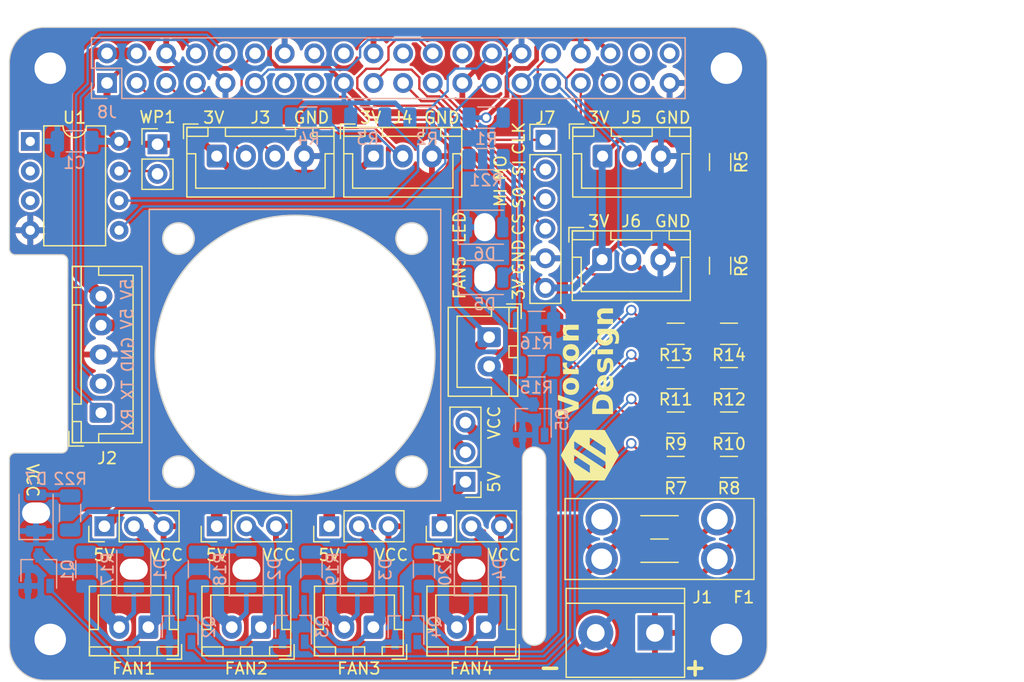
<source format=kicad_pcb>
(kicad_pcb (version 20221018) (generator pcbnew)
  (title_block (date "15 nov 2012"))
  (layers (0 "F.Cu" signal) (31 "B.Cu" signal) (34 "B.Paste" user) (35 "F.Paste" user) (36 "B.SilkS" user "B.Silkscreen") (37 "F.SilkS" user "F.Silkscreen") (38 "B.Mask" user) (39 "F.Mask" user) (44 "Edge.Cuts" user))
  (net 0 "")
  (net 1 "GND")
  (net 2 "/GPIO2{slash}SDA1")
  (net 3 "/GPIO3{slash}SCL1")
  (net 4 "/GPIO4{slash}GPCLK0")
  (net 5 "/GPIO14{slash}TXD0")
  (net 6 "/GPIO15{slash}RXD0")
  (net 7 "/GPIO17")
  (net 8 "/GPIO18{slash}PCM.CLK")
  (net 9 "/GPIO27")
  (net 10 "/GPIO22")
  (net 11 "/GPIO23")
  (net 12 "/GPIO24")
  (net 13 "/GPIO10{slash}SPI0.MOSI")
  (net 14 "/GPIO9{slash}SPI0.MISO")
  (net 15 "/GPIO25")
  (net 16 "/GPIO11{slash}SPI0.SCLK")
  (net 17 "/GPIO8{slash}SPI0.CE0")
  (net 18 "/GPIO7{slash}SPI0.CE1")
  (net 19 "/ID_SDA")
  (net 20 "/ID_SCL")
  (net 21 "/GPIO5")
  (net 22 "/GPIO6")
  (net 23 "/GPIO12{slash}PWM0")
  (net 24 "/GPIO13{slash}PWM1")
  (net 25 "/GPIO19{slash}PCM.FS")
  (net 26 "/GPIO16")
  (net 27 "/GPIO26")
  (net 28 "/GPIO20{slash}PCM.DIN")
  (net 29 "/GPIO21{slash}PCM.DOUT")
  (net 30 "+5V")
  (net 31 "+3V3")
  (net 35 "Net-(FAN5-Pin_1)")
  (net 36 "Net-(D5-K)")
  (net 37 "Net-(U1-WP)")
  (net 38 "Net-(FAN2-Pin_1)")
  (net 39 "Net-(FAN3-Pin_1)")
  (net 40 "Net-(FAN4-Pin_1)")
  (net 41 "Net-(D1-A)")
  (net 42 "Net-(D2-A)")
  (net 43 "Net-(D3-A)")
  (net 44 "Net-(D4-A)")
  (net 45 "VCC")
  (net 46 "Net-(D1-K)")
  (net 47 "Net-(D2-K)")
  (net 48 "Net-(D3-K)")
  (net 49 "Net-(D4-K)")
  (net 50 "Net-(Q1-G)")
  (net 51 "Net-(Q2-G)")
  (net 52 "Net-(Q3-G)")
  (net 53 "Net-(Q4-G)")
  (net 54 "Net-(D5-A)")
  (net 55 "Net-(Q5-G)")
  (net 56 "Net-(D6-A)")
  (net 57 "Net-(FAN1-Pin_1)")
  (net 58 "Net-(J1-Pin_1)")
  (net 59 "Net-(D7-A)")
  (footprint "Resistor_SMD:R_1206_3216Metric" (layer "F.Cu") (at 161.722 81.712 180)
    (fp_text reference "R8")
    (fp_text value "10k")
  )
  (footprint "Fuse:Fuseholder_Blade_Mini_Keystone_3568" (layer "F.Cu") (at 150.8 86.186)
    (fp_text reference "F1")
    (fp_text value "Fuse")
  )
  (footprint "Connector_JST:JST_XH_B5B-XH-A_1x05_P2.50mm_Vertical" (layer "F.Cu") (at 107.857 77.06 90)
    (fp_text reference "J2")
    (fp_text value "Serial")
  )
  (footprint "MountingHole:MountingHole_2.7mm_M2.5" (layer "F.Cu") (at 161.5 47.5)
    (fp_text reference "MH2" hide)
    (fp_text value "MountingHole_2.7mm_M2.5" hide)
  )
  (footprint "Resistor_SMD:R_1206_3216Metric" (layer "F.Cu") (at 157.15 77.902 180)
    (fp_text reference "R9")
    (fp_text value "100")
  )
  (footprint "TerminalBlock:TerminalBlock_bornier-2_P5.08mm" (layer "F.Cu") (at 155.372 95.936 180)
    (fp_text reference "J1")
    (fp_text value "Vin")
  )
  (footprint "Connector_PinHeader_2.54mm:PinHeader_1x03_P2.54mm_Vertical" (layer "F.Cu") (at 127.432 86.792 90)
    (fp_text reference "JP3" hide)
    (fp_text value "V Select")
  )
  (footprint "Connector_JST:JST_XH_B4B-XH-A_1x04_P2.50mm_Vertical" (layer "F.Cu") (at 117.78 55.042)
    (fp_text reference "J3")
    (fp_text value "I2C")
  )
  (footprint "Resistor_SMD:R_1206_3216Metric" (layer "F.Cu") (at 161.722 70.282 180)
    (fp_text reference "R14")
    (fp_text value "10k")
  )
  (footprint "Resistor_SMD:R_1206_3216Metric" (layer "F.Cu") (at 161.722 74.092 180)
    (fp_text reference "R12")
    (fp_text value "10k")
  )
  (footprint "Connector_PinHeader_2.54mm:PinHeader_1x03_P2.54mm_Vertical" (layer "F.Cu") (at 139.116 82.982 180)
    (fp_text reference "JP5" hide)
    (fp_text value "V Select")
  )
  (footprint "Connector_JST:JST_XH_B3B-XH-A_1x03_P2.50mm_Vertical" (layer "F.Cu") (at 150.84 63.915)
    (fp_text reference "J6")
    (fp_text value "GPIO6")
  )
  (footprint "Connector_PinHeader_2.54mm:PinHeader_1x02_P2.54mm_Vertical" (layer "F.Cu") (at 112.7 54.026)
    (fp_text reference "WP1")
    (fp_text value "ID_WP")
  )
  (footprint "Connector_JST:JST_XH_B2B-XH-A_1x02_P2.50mm_Vertical" (layer "F.Cu") (at 141.148 70.576 -90)
    (fp_text reference "FAN5")
    (fp_text value "Conn_01x02")
  )
  (footprint "Connector_PinHeader_2.54mm:PinHeader_1x03_P2.54mm_Vertical" (layer "F.Cu") (at 117.78 86.792 90)
    (fp_text reference "JP2" hide)
    (fp_text value "V Select")
  )
  (footprint "MountingHole:MountingHole_2.7mm_M2.5" (layer "F.Cu") (at 103.5 96.5)
    (fp_text reference "MH3" hide)
    (fp_text value "MountingHole_2.7mm_M2.5" hide)
  )
  (footprint "MountingHole:MountingHole_2.7mm_M2.5" (layer "F.Cu") (at 103.5 47.5)
    (fp_text reference "MH1" hide)
    (fp_text value "MountingHole_2.7mm_M2.5" hide)
  )
  (footprint "Connector_JST:JST_XH_B2B-XH-A_1x02_P2.50mm_Vertical" (layer "F.Cu") (at 111.918 95.445 180)
    (fp_text reference "FAN1")
    (fp_text value "Conn_01x02")
  )
  (footprint "Connector_PinHeader_2.54mm:PinHeader_1x03_P2.54mm_Vertical" (layer "F.Cu") (at 108.143 86.792 90)
    (fp_text reference "JP1" hide)
    (fp_text value "V Select")
  )
  (footprint "Resistor_SMD:R_1206_3216Metric" (layer "F.Cu") (at 160.96 55.55 -90)
    (fp_text reference "R5")
    (fp_text value "3.9k")
  )
  (footprint "Connector_JST:JST_XH_B3B-XH-A_1x03_P2.50mm_Vertical" (layer "F.Cu") (at 131.242 55.042)
    (fp_text reference "J4")
    (fp_text value "1 Wire")
  )
  (footprint "Package_DIP:DIP-8_W7.62mm" (layer "F.Cu") (at 101.788 53.782)
    (fp_text reference "U1")
    (fp_text value "CAT24C256")
  )
  (footprint "MountingHole:MountingHole_2.7mm_M2.5" (layer "F.Cu") (at 161.5 96.5)
    (fp_text reference "MH4" hide)
    (fp_text value "MountingHole_2.7mm_M2.5" hide)
  )
  (footprint "Resistor_SMD:R_1206_3216Metric" (layer "F.Cu") (at 161.722 77.902 180)
    (fp_text reference "R10")
    (fp_text value "10k")
  )
  (footprint "LOGO" (layer "F.Cu") (at 149.784 80.696 90)
    (fp_text reference "G***" hide)
    (fp_text value "LOGO" hide)
  )
  (footprint "Connector_PinHeader_2.54mm:PinHeader_1x03_P2.54mm_Vertical" (layer "F.Cu") (at 137.084 86.792 90)
    (fp_text reference "JP4" hide)
    (fp_text value "V Select")
  )
  (footprint "Connector_JST:JST_XH_B2B-XH-A_1x02_P2.50mm_Vertical" (layer "F.Cu") (at 121.57 95.445 180)
    (fp_text reference "FAN2")
    (fp_text value "Conn_01x02")
  )
  (footprint "Connector_PinHeader_2.54mm:PinHeader_1x06_P2.54mm_Vertical" (layer "F.Cu") (at 145.974 53.645)
    (fp_text reference "J7")
    (fp_text value "SPI")
  )
  (footprint "Connector_JST:JST_XH_B2B-XH-A_1x02_P2.50mm_Vertical" (layer "F.Cu") (at 131.222 95.445 180)
    (fp_text reference "FAN3")
    (fp_text value "Conn_01x02")
  )
  (footprint "Connector_JST:JST_XH_B3B-XH-A_1x03_P2.50mm_Vertical" (layer "F.Cu") (at 150.88 55.042)
    (fp_text reference "J5")
    (fp_text value "GPIO5")
  )
  (footprint "Resistor_SMD:R_1206_3216Metric" (layer "F.Cu") (at 157.15 70.282 180)
    (fp_text reference "R13")
    (fp_text value "100")
  )
  (footprint "Resistor_SMD:R_1206_3216Metric" (layer "F.Cu") (at 157.15 74.092 180)
    (fp_text reference "R11")
    (fp_text value "100")
  )
  (footprint "Resistor_SMD:R_1206_3216Metric" (layer "F.Cu") (at 157.15 81.712 180)
    (fp_text reference "R7")
    (fp_text value "100")
  )
  (footprint "Connector_JST:JST_XH_B2B-XH-A_1x02_P2.50mm_Vertical" (layer "F.Cu") (at 140.874 95.445 180)
    (fp_text reference "FAN4")
    (fp_text value "Conn_01x02")
  )
  (footprint "Resistor_SMD:R_1206_3216Metric" (layer "F.Cu") (at 160.96 64.44 -90)
    (fp_text reference "R6")
    (fp_text value "3.9k")
  )
  (footprint "Connector_PinSocket_2.54mm:PinSocket_2x20_P2.54mm_Vertical" (layer "B.Cu") (at 108.37 48.77 -90)
    (fp_text reference "J8")
    (fp_text value "GPIO")
  )
  (footprint "Package_TO_SOT_SMD:TSOT-23" (layer "B.Cu") (at 102.54 90.602 90)
    (fp_text reference "Q1")
    (fp_text value "IRLML6344")
  )
  (footprint "Resistor_SMD:R_1206_3216Metric" (layer "B.Cu") (at 140.894 51.74)
    (fp_text reference "R1")
    (fp_text value "1k")
  )
  (footprint "LED_SMD:LED_1206_3216Metric_ReverseMount_Hole1.8x2.4mm" (layer "B.Cu") (at 110.668 90.475 90)
    (fp_text reference "D1")
    (fp_text value "LED")
  )
  (footprint "Resistor_SMD:R_1206_3216Metric" (layer "B.Cu") (at 105.207 85.649 90)
    (fp_text reference "R22")
    (fp_text value "4.7k")
  )
  (footprint "LED_SMD:LED_1206_3216Metric_ReverseMount_Hole1.8x2.4mm" (layer "B.Cu") (at 139.624 90.475 90)
    (fp_text reference "D4")
    (fp_text value "LED")
  )
  (footprint "Resistor_SMD:R_1206_3216Metric" (layer "B.Cu") (at 116.256 90.475 90)
    (fp_text reference "R18")
    (fp_text value "4.7k")
  )
  (footprint "Resistor_SMD:R_1206_3216Metric" (layer "B.Cu") (at 106.604 90.475 90)
    (fp_text reference "R17")
    (fp_text value "4.7k")
  )
  (footprint "Resistor_SMD:R_1206_3216Metric" (layer "B.Cu") (at 125.654 51.74)
    (fp_text reference "R4")
    (fp_text value "3.9k")
  )
  (footprint "LED_SMD:LED_1206_3216Metric_ReverseMount_Hole1.8x2.4mm" (layer "B.Cu") (at 120.32 90.475 90)
    (fp_text reference "D2")
    (fp_text value "LED")
  )
  (footprint "Package_TO_SOT_SMD:TSOT-23" (layer "B.Cu") (at 124.384 95.388 90)
    (fp_text reference "Q3")
    (fp_text value "IRLML6344")
  )
  (footprint "Resistor_SMD:R_1206_3216Metric" (layer "B.Cu") (at 145.212 69.266)
    (fp_text reference "R16")
    (fp_text value "10k")
  )
  (footprint "Capacitor_SMD:C_1206_3216Metric" (layer "B.Cu") (at 105.588 53.772)
    (fp_text reference "C1")
    (fp_text value "100n")
  )
  (footprint "LED_SMD:LED_1206_3216Metric_ReverseMount_Hole1.8x2.4mm" (layer "B.Cu") (at 140.767 61.138)
    (fp_text reference "D6")
    (fp_text value "LED")
  )
  (footprint "Package_TO_SOT_SMD:TSOT-23" (layer "B.Cu") (at 144.958 77.648 90)
    (fp_text reference "Q5")
    (fp_text value "IRLML6344")
  )
  (footprint "Resistor_SMD:R_1206_3216Metric" (layer "B.Cu") (at 135.56 90.475 90)
    (fp_text reference "R20")
    (fp_text value "4.7k")
  )
  (footprint "Package_TO_SOT_SMD:TSOT-23" (layer "B.Cu") (at 134.036 95.428 90)
    (fp_text reference "Q4")
    (fp_text value "IRLML6344")
  )
  (footprint "Package_TO_SOT_SMD:TSOT-23" (layer "B.Cu") (at 114.666 95.428 90)
    (fp_text reference "Q2")
    (fp_text value "IRLML6344")
  )
  (footprint "Resistor_SMD:R_1206_3216Metric" (layer "B.Cu") (at 125.908 90.475 90)
    (fp_text reference "R19")
    (fp_text value "4.7k")
  )
  (footprint "Resistor_SMD:R_1206_3216Metric" (layer "B.Cu") (at 145.212 73.076)
    (fp_text reference "R15")
    (fp_text value "100")
  )
  (footprint "LED_SMD:LED_1206_3216Metric_ReverseMount_Hole1.8x2.4mm" (layer "B.Cu") (at 140.767 65.456)
    (fp_text reference "D5")
    (fp_text value "LED")
  )
  (footprint "LED_SMD:LED_1206_3216Metric_ReverseMount_Hole1.8x2.4mm" (layer "B.Cu") (at 102.286 85.649 90)
    (fp_text reference "D7")
    (fp_text value "LED")
  )
  (footprint "Resistor_SMD:R_1206_3216Metric" (layer "B.Cu") (at 140.894 55.296)
    (fp_text reference "R21")
    (fp_text value "4.7k")
  )
  (footprint "Resistor_SMD:R_1206_3216Metric" (layer "B.Cu") (at 130.734 51.74)
    (fp_text reference "R3")
    (fp_text value "3.9k")
  )
  (footprint "Resistor_SMD:R_1206_3216Metric" (layer "B.Cu") (at 135.814 51.74)
    (fp_text reference "R2")
    (fp_text value "3.9k")
  )
  (footprint "LED_SMD:LED_1206_3216Metric_ReverseMount_Hole1.8x2.4mm" (layer "B.Cu") (at 129.845 90.475 90)
    (fp_text reference "D3")
    (fp_text value "LED")
  )
  (gr_rect (start 112 59.614) (end 137 84.614) (stroke (width 0.12)) (fill none) (layer "B.SilkS"))
  (gr_rect (start 112 59.614) (end 112 59.614) (stroke (width 0.12)) (fill none) (layer "F.SilkS"))
  (gr_rect (start 112 59.614) (end 137 84.614) (stroke (width 0.12)) (fill none) (layer "F.SilkS"))
  (gr_arc (start 100.5 63.5) (mid 100.146447 63.353553) (end 100 63) (stroke (width 0.1)) (layer "Edge.Cuts"))
  (gr_arc (start 162 44) (mid 164.12132 44.87868) (end 165 47) (stroke (width 0.1)) (layer "Edge.Cuts"))
  (gr_line (start 165 97) (end 165 47) (stroke (width 0.1)) (layer "Edge.Cuts"))
  (gr_line (start 100 47) (end 100 63) (stroke (width 0.1)) (layer "Edge.Cuts"))
  (gr_circle (center 134.5 82.114) (end 135.85 82.114) (stroke (width 0.12)) (fill none) (layer "Edge.Cuts"))
  (gr_circle (center 134.5 62.114) (end 135.85 62.114) (stroke (width 0.12)) (fill none) (layer "Edge.Cuts"))
  (gr_circle (center 114.5 82.114) (end 115.85 82.114) (stroke (width 0.12)) (fill none) (layer "Edge.Cuts"))
  (gr_line (start 146 81) (end 146 96) (stroke (width 0.1)) (layer "Edge.Cuts"))
  (gr_line (start 144 96) (end 144 81) (stroke (width 0.1)) (layer "Edge.Cuts"))
  (gr_arc (start 103 100) (mid 100.87868 99.12132) (end 100 97) (stroke (width 0.1)) (layer "Edge.Cuts"))
  (gr_line (start 103 100) (end 162 100) (stroke (width 0.1)) (layer "Edge.Cuts"))
  (gr_line (start 104.5 80.5) (end 100.499127 80.500001) (stroke (width 0.1)) (layer "Edge.Cuts"))
  (gr_arc (start 144 81) (mid 145 80) (end 146 81) (stroke (width 0.1)) (layer "Edge.Cuts"))
  (gr_arc (start 100 81) (mid 100.146138 80.646755) (end 100.499127 80.500001) (stroke (width 0.1)) (layer "Edge.Cuts"))
  (gr_arc (start 165 97) (mid 164.12132 99.12132) (end 162 100) (stroke (width 0.1)) (layer "Edge.Cuts"))
  (gr_line (start 105 64) (end 105 80) (stroke (width 0.1)) (layer "Edge.Cuts"))
  (gr_arc (start 100 47) (mid 100.87868 44.87868) (end 103 44) (stroke (width 0.1)) (layer "Edge.Cuts"))
  (gr_arc (start 146 96) (mid 145 97) (end 144 96) (stroke (width 0.1)) (layer "Edge.Cuts"))
  (gr_line (start 100 81) (end 100 97) (stroke (width 0.1)) (layer "Edge.Cuts"))
  (gr_circle (center 124.5 72.114) (end 136.5 72.114) (stroke (width 0.12)) (fill none) (layer "Edge.Cuts"))
  (gr_line (start 100.5 63.5) (end 104.5 63.5) (stroke (width 0.1)) (layer "Edge.Cuts"))
  (gr_arc (start 105 80) (mid 104.853553 80.353553) (end 104.5 80.5) (stroke (width 0.1)) (layer "Edge.Cuts"))
  (gr_arc (start 104.5 63.5) (mid 104.853553 63.646447) (end 105 64) (stroke (width 0.1)) (layer "Edge.Cuts"))
  (gr_line (start 162 44) (end 103 44) (stroke (width 0.1)) (layer "Edge.Cuts"))
  (gr_circle (center 114.5 62.114) (end 115.85 62.114) (stroke (width 0.12)) (fill none) (layer "Edge.Cuts"))
  (gr_text "TX" (at 110.16 75.108 90) (layer "B.SilkS") (effects (font (size 1 1)) (justify mirror)))
  (gr_text "RX" (at 110.16 77.648 90) (layer "B.SilkS") (effects (font (size 1 1)) (justify mirror)))
  (gr_text "GND" (at 110.16 72.06 90) (layer "B.SilkS") (effects (font (size 1 1)) (justify mirror)))
  (gr_text "5V" (at 110.668 67.996 90) (layer "B.SilkS") (effects (font (size 1 1)) (justify left bottom mirror)))
  (gr_text "5V" (at 110.668 65.456 90) (layer "B.SilkS") (effects (font (size 1 1)) (justify left bottom mirror)))
  (gr_text "MI\nS0" (at 142.926 58.598 90) (layer "F.SilkS") (effects (font (size 1 1))))
  (gr_text "3V" (at 150.546 51.74) (layer "F.SilkS") (effects (font (size 1 1))))
  (gr_text "VCC" (at 140.894 89.84) (layer "F.SilkS") (effects (font (size 1 1)) (justify left bottom)))
  (gr_text "5V" (at 107.112 89.84) (layer "F.SilkS") (effects (font (size 1 1)) (justify left bottom)))
  (gr_text "-" (at 147.498 99.746) (layer "F.SilkS") (effects (font (size 1.5 1.5) (thickness 0.3) bold) (justify left bottom mirror)))
  (gr_text "GND" (at 125.908 51.74) (layer "F.SilkS") (effects (font (size 1 1))))
  (gr_text "VCC" (at 111.938 89.84) (layer "F.SilkS") (effects (font (size 1 1)) (justify left bottom)))
  (gr_text "LED" (at 138.608 61.138 90) (layer "F.SilkS") (effects (font (size 1 1))))
  (gr_text "3V" (at 150.546 60.63) (layer "F.SilkS") (effects (font (size 1 1))))
  (gr_text "3V" (at 143.688 66.472 90) (layer "F.SilkS") (effects (font (size 1 1))))
  (gr_text "+" (at 159.944 99.746) (layer "F.SilkS") (effects (font (size 1.5 1.5) (thickness 0.3) bold) (justify left bottom mirror)))
  (gr_text "3V" (at 130.988 51.74) (layer "F.SilkS") (effects (font (size 1 1))))
  (gr_text "MO\nSI" (at 142.926 56.058 90) (layer "F.SilkS") (effects (font (size 1 1))))
  (gr_text "VCC" (at 142.164 79.426 90) (layer "F.SilkS") (effects (font (size 1 1)) (justify left bottom)))
  (gr_text "GND" (at 156.896 60.63) (layer "F.SilkS") (effects (font (size 1 1))))
  (gr_text "5V" (at 126.416 89.84) (layer "F.SilkS") (effects (font (size 1 1)) (justify left bottom)))
  (gr_text "VCC" (at 101.397 81.331 -90) (layer "F.SilkS") (effects (font (size 1 1)) (justify left bottom)))
  (gr_text "CS" (at 143.688 60.884 90) (layer "F.SilkS") (effects (font (size 1 1))))
  (gr_text "5V" (at 142.164 83.998 90) (layer "F.SilkS") (effects (font (size 1 1)) (justify left bottom)))
  (gr_text "3V" (at 117.526 51.74) (layer "F.SilkS") (effects (font (size 1 1))))
  (gr_text "GND" (at 137.084 51.74) (layer "F.SilkS") (effects (font (size 1 1))))
  (gr_text "5V" (at 116.764 89.84) (layer "F.SilkS") (effects (font (size 1 1)) (justify left bottom)))
  (gr_text "GND" (at 156.896 51.74) (layer "F.SilkS") (effects (font (size 1 1))))
  (gr_text "VCC" (at 131.242 89.84) (layer "F.SilkS") (effects (font (size 1 1)) (justify left bottom)))
  (gr_text "CLK" (at 143.688 53.518 90) (layer "F.SilkS") (effects (font (size 1 1))))
  (gr_text "VCC" (at 121.59 89.84) (layer "F.SilkS") (effects (font (size 1 1)) (justify left bottom)))
  (gr_text "Voron\nDesign" (at 152.07 77.394 90) (layer "F.SilkS") (effects (font (size 1.75 1.75) (thickness 0.25) bold) (justify left bottom)))
  (gr_text "GND" (at 143.688 63.678 90) (layer "F.SilkS") (effects (font (size 1 1))))
  (gr_text "5V" (at 136.068 89.84) (layer "F.SilkS") (effects (font (size 1 1)) (justify left bottom)))
  (segment (start 141.939 47.52) (end 143.229 46.23) (width 0.4) (layer "F.Cu") (net 1))
  (segment (start 138.85 48.77) (end 140.1 47.52) (width 0.4) (layer "F.Cu") (net 1))
  (segment (start 140.1 47.52) (end 141.939 47.52) (width 0.4) (layer "F.Cu") (net 1))
  (segment (start 143.229 46.23) (end 143.93 46.23) (width 0.4) (layer "F.Cu") (net 1))
  (segment (start 114.74 47.52) (end 117.28 47.52) (width 0.4) (layer "B.Cu") (net 1))
  (segment (start 117.28 47.52) (end 118.53 48.77) (width 0.4) (layer "B.Cu") (net 1))
  (segment (start 113.45 46.23) (end 114.74 47.52) (width 0.4) (layer "B.Cu") (net 1))
  (segment (start 118.664 53.426) (end 120.28 55.042) (width 0.2) (layer "F.Cu") (net 2))
  (segment (start 110.91 48.77) (end 115.566 53.426) (width 0.2) (layer "F.Cu") (net 2))
  (segment (start 115.566 53.426) (end 118.664 53.426) (width 0.2) (layer "F.Cu") (net 2))
  (segment (start 117.706 53.026) (end 120.764 53.026) (width 0.2) (layer "F.Cu") (net 3))
  (segment (start 120.764 53.026) (end 122.78 55.042) (width 0.2) (layer "F.Cu") (net 3))
  (segment (start 113.45 48.77) (end 117.706 53.026) (width 0.2) (layer "F.Cu") (net 3))
  (segment (start 115.99 48.77) (end 119.846 52.626) (width 0.2) (layer "F.Cu") (net 4))
  (segment (start 131.326 52.626) (end 133.742 55.042) (width 0.2) (layer "F.Cu") (net 4))
  (segment (start 119.846 52.626) (end 131.326 52.626) (width 0.2) (layer "F.Cu") (net 4))
  (segment (start 128.2915 52.915) (end 127.1165 51.74) (width 0.2) (layer "B.Cu") (net 4))
  (segment (start 133.742 55.042) (end 133.344817 55.042) (width 0.2) (layer "B.Cu") (net 4))
  (segment (start 131.217817 52.915) (end 128.2915 52.915) (width 0.2) (layer "B.Cu") (net 4))
  (segment (start 133.344817 55.042) (end 131.217817 52.915) (width 0.2) (layer "B.Cu") (net 4))
  (segment (start 107.893654 45.08) (end 114.84 45.08) (width 0.2) (layer "B.Cu") (net 5))
  (segment (start 106.115 49.981686) (end 107.112 48.984686) (width 0.2) (layer "B.Cu") (net 5))
  (segment (start 114.84 45.08) (end 115.99 46.23) (width 0.2) (layer "B.Cu") (net 5))
  (segment (start 106.115 72.818) (end 106.115 49.981686) (width 0.2) (layer "B.Cu") (net 5))
  (segment (start 107.112 48.984686) (end 107.112 45.861654) (width 0.2) (layer "B.Cu") (net 5))
  (segment (start 107.112 45.861654) (end 107.893654 45.08) (width 0.2) (layer "B.Cu") (net 5))
  (segment (start 107.857 74.56) (end 106.115 72.818) (width 0.2) (layer "B.Cu") (net 5))
  (segment (start 105.715 49.816) (end 106.712 48.819) (width 0.2) (layer "B.Cu") (net 6))
  (segment (start 107.779969 44.628) (end 116.928 44.628) (width 0.2) (layer "B.Cu") (net 6))
  (segment (start 107.857 77.06) (end 105.715 74.918) (width 0.2) (layer "B.Cu") (net 6))
  (segment (start 105.715 74.918) (end 105.715 49.816) (width 0.2) (layer "B.Cu") (net 6))
  (segment (start 106.712 48.819) (end 106.712 45.695969) (width 0.2) (layer "B.Cu") (net 6))
  (segment (start 116.928 44.628) (end 118.53 46.23) (width 0.2) (layer "B.Cu") (net 6))
  (segment (start 106.712 45.695969) (end 107.779969 44.628) (width 0.2) (layer "B.Cu") (net 6))
  (segment (start 143.7495 50.2775) (end 142.672 49.2) (width 0.2) (layer "B.Cu") (net 7))
  (segment (start 130.08 45.753654) (end 130.08 46.552) (width 0.2) (layer "B.Cu") (net 7))
  (segment (start 142.672 49.2) (end 142.672 45.885654) (width 0.2) (layer "B.Cu") (net 7))
  (segment (start 130.08 46.552) (end 129.012 47.62) (width 0.2) (layer "B.Cu") (net 7))
  (segment (start 143.7495 69.266) (end 143.7495 73.076) (width 0.2) (layer "B.Cu") (net 7))
  (segment (start 142.672 45.885654) (end 141.866346 45.08) (width 0.2) (layer "B.Cu") (net 7))
  (segment (start 129.012 47.62) (end 122.22 47.62) (width 0.2) (layer "B.Cu") (net 7))
  (segment (start 130.753654 45.08) (end 130.08 45.753654) (width 0.2) (layer "B.Cu") (net 7))
  (segment (start 122.22 47.62) (end 121.07 48.77) (width 0.2) (layer "B.Cu") (net 7))
  (segment (start 141.866346 45.08) (end 130.753654 45.08) (width 0.2) (layer "B.Cu") (net 7))
  (segment (start 143.7495 69.266) (end 143.7495 50.2775) (width 0.2) (layer "B.Cu") (net 7))
  (segment (start 130.85005 51.92) (end 136.017258 51.92) (width 0.2) (layer "F.Cu") (net 8))
  (segment (start 143.475157 59.377899) (end 143.475157 65.472503) (width 0.2) (layer "F.Cu") (net 8))
  (segment (start 120.635654 49.962) (end 128.89205 49.962) (width 0.2) (layer "F.Cu") (net 8))
  (segment (start 128.89205 49.962) (end 130.85005 51.92) (width 0.2) (layer "F.Cu") (net 8))
  (segment (start 145.541454 67.5388) (end 146.8376 67.5388) (width 0.2) (layer "F.Cu") (net 8))
  (segment (start 160.2595 81.712) (end 158.6125 81.712) (width 0.4) (layer "F.Cu") (net 8))
  (segment (start 147.81 72.118) (end 157.404 81.712) (width 0.2) (layer "F.Cu") (net 8))
  (segment (start 119.92 49.246346) (end 120.635654 49.962) (width 0.2) (layer "F.Cu") (net 8))
  (segment (start 119.92 47.38) (end 119.92 49.246346) (width 0.2) (layer "F.Cu") (net 8))
  (segment (start 146.8376 67.5388) (end 147.8028 68.504) (width 0.2) (layer "F.Cu") (net 8))
  (segment (start 121.07 46.23) (end 119.92 47.38) (width 0.2) (layer "F.Cu") (net 8))
  (segment (start 147.8028 68.504) (end 147.81 68.504) (width 0.2) (layer "F.Cu") (net 8))
  (segment (start 157.404 81.712) (end 158.6125 81.712) (width 0.2) (layer "F.Cu") (net 8))
  (segment (start 147.81 68.504) (end 147.81 72.118) (width 0.2) (layer "F.Cu") (net 8))
  (segment (start 143.475157 65.472503) (end 145.541454 67.5388) (width 0.2) (layer "F.Cu") (net 8))
  (segment (start 136.017258 51.92) (end 143.475157 59.377899) (width 0.2) (layer "F.Cu") (net 8))
  (segment (start 135.16 49.246346) (end 135.833654 49.92) (width 0.2) (layer "F.Cu") (net 13))
  (segment (start 143.159314 56.185) (end 145.974 56.185) (width 0.2) (layer "F.Cu") (net 13))
  (segment (start 136.894314 49.92) (end 143.159314 56.185) (width 0.2) (layer "F.Cu") (net 13))
  (segment (start 135.833654 49.92) (end 136.894314 49.92) (width 0.2) (layer "F.Cu") (net 13))
  (segment (start 135.16 48.293654) (end 135.16 49.246346) (width 0.2) (layer "F.Cu") (net 13))
  (segment (start 132.38 47.62) (end 134.486346 47.62) (width 0.2) (layer "F.Cu") (net 13))
  (segment (start 131.23 48.77) (end 132.38 47.62) (width 0.2) (layer "F.Cu") (net 13))
  (segment (start 134.486346 47.62) (end 135.16 48.293654) (width 0.2) (layer "F.Cu") (net 13))
  (segment (start 145.974 58.725) (end 145.085 58.725) (width 0.2) (layer "F.Cu") (net 14))
  (segment (start 136.68 50.32) (end 135.32 50.32) (width 0.2) (layer "F.Cu") (net 14))
  (segment (start 135.32 50.32) (end 136.728628 50.32) (width 0.2) (layer "F.Cu") (net 14))
  (segment (start 135.32 50.32) (end 133.77 48.77) (width 0.2) (layer "F.Cu") (net 14))
  (segment (start 142.291 55.931) (end 136.68 50.32) (width 0.2) (layer "F.Cu") (net 14))
  (segment (start 136.728628 50.32) (end 145.133629 58.725) (width 0.2) (layer "F.Cu") (net 14))
  (segment (start 145.085 58.725) (end 142.291 55.931) (width 0.2) (layer "F.Cu") (net 14))
  (segment (start 136.31 48.77) (end 141.185 53.645) (width 0.2) (layer "F.Cu") (net 16))
  (segment (start 141.185 53.645) (end 145.974 53.645) (width 0.2) (layer "F.Cu") (net 16))
  (segment (start 144.675157 58.880843) (end 144.675157 59.966157) (width 0.2) (layer "F.Cu") (net 17))
  (segment (start 136.514314 50.72) (end 144.675157 58.880843) (width 0.2) (layer "F.Cu") (net 17))
  (segment (start 133.2232 44.9836) (end 132.512 45.6948) (width 0.2) (layer "F.Cu") (net 17))
  (segment (start 132.512 46.787) (end 131.75 47.549) (width 0.2) (layer "F.Cu") (net 17))
  (segment (start 130.607 47.549) (end 130.607 47.560106) (width 0.2) (layer "F.Cu") (net 17))
  (segment (start 135.0636 44.9836) (end 133.2232 44.9836) (width 0.2) (layer "F.Cu") (net 17))
  (segment (start 144.675157 59.966157) (end 145.974 61.265) (width 0.2) (layer "F.Cu") (net 17))
  (segment (start 132.512 45.6948) (end 132.512 46.787) (width 0.2) (layer "F.Cu") (net 17))
  (segment (start 129.84 49.212894) (end 131.347106 50.72) (width 0.2) (layer "F.Cu") (net 17))
  (segment (start 136.31 46.23) (end 135.0636 44.9836) (width 0.2) (layer "F.Cu") (net 17))
  (segment (start 131.75 47.549) (end 130.607 47.549) (width 0.2) (layer "F.Cu") (net 17))
  (segment (start 129.84 48.327106) (end 129.84 49.212894) (width 0.2) (layer "F.Cu") (net 17))
  (segment (start 130.607 47.560106) (end 129.84 48.327106) (width 0.2) (layer "F.Cu") (net 17))
  (segment (start 131.347106 50.72) (end 136.514314 50.72) (width 0.2) (layer "F.Cu") (net 17))
  (segment (start 111.45 59.36) (end 133.675346 59.36) (width 0.2) (layer "B.Cu") (net 19))
  (segment (start 137.716183 51.74) (end 137.2765 51.74) (width 0.2) (layer "B.Cu") (net 19))
  (segment (start 137.392 55.643346) (end 137.392 51.8555) (width 0.2) (layer "B.Cu") (net 19))
  (segment (start 133.675346 59.36) (end 137.392 55.643346) (width 0.2) (layer "B.Cu") (net 19))
  (segment (start 137.392 51.8555) (end 137.2765 51.74) (width 0.2) (layer "B.Cu") (net 19))
  (segment (start 140.686183 48.77) (end 137.716183 51.74) (width 0.2) (layer "B.Cu") (net 19))
  (segment (start 141.39 48.77) (end 140.686183 48.77) (width 0.2) (layer "B.Cu") (net 19))
  (segment (start 109.408 61.402) (end 111.45 59.36) (width 0.2) (layer "B.Cu") (net 19))
  (segment (start 135.814 51.232) (end 137.592 49.454) (width 0.2) (layer "B.Cu") (net 20))
  (segment (start 140.089173 47.530827) (end 141.39 46.23) (width 0.2) (layer "B.Cu") (net 20))
  (segment (start 137.592 48.184) (end 138.245173 47.530827) (width 0.2) (layer "B.Cu") (net 20))
  (segment (start 134.892 56.482) (end 134.892 56.472) (width 0.2) (layer "B.Cu") (net 20))
  (segment (start 135.052 56.312) (end 135.052 55.55) (width 0.2) (layer "B.Cu") (net 20))
  (segment (start 132.1965 51.74) (end 132.258 51.74) (width 0.2) (layer "B.Cu") (net 20))
  (segment (start 135.052 54.534) (end 135.052 55.55) (width 0.2) (layer "B.Cu") (net 20))
  (segment (start 138.245173 47.530827) (end 140.089173 47.530827) (width 0.2) (layer "B.Cu") (net 20))
  (segment (start 109.408 58.862) (end 132.512 58.862) (width 0.2) (layer "B.Cu") (net 20))
  (segment (start 132.512 58.862) (end 134.892 56.482) (width 0.2) (layer "B.Cu") (net 20))
  (segment (start 137.592 49.454) (end 137.592 48.184) (width 0.2) (layer "B.Cu") (net 20))
  (segment (start 134.892 56.472) (end 135.052 56.312) (width 0.2) (layer "B.Cu") (net 20))
  (segment (start 135.814 53.01) (end 135.814 51.232) (width 0.2) (layer "B.Cu") (net 20))
  (segment (start 132.258 51.74) (end 135.052 54.534) (width 0.2) (layer "B.Cu") (net 20))
  (segment (start 135.052 55.55) (end 135.052 53.772) (width 0.2) (layer "B.Cu") (net 20))
  (segment (start 135.052 53.772) (end 135.814 53.01) (width 0.2) (layer "B.Cu") (net 20))
  (segment (start 160.96 57.0125) (end 155.3505 57.0125) (width 0.4) (layer "F.Cu") (net 21))
  (segment (start 155.3505 57.0125) (end 153.38 55.042) (width 0.4) (layer "F.Cu") (net 21))
  (segment (start 153.38 54.770314) (end 153.38 55.042) (width 0.2) (layer "B.Cu") (net 21))
  (segment (start 147.780843 49.171157) (end 153.38 54.770314) (width 0.2) (layer "B.Cu") (net 21))
  (segment (start 147.784811 48.441968) (end 147.784811 49.167189) (width 0.2) (layer "B.Cu") (net 21))
  (segment (start 145.08 47.62) (end 146.962843 47.62) (width 0.2) (layer "B.Cu") (net 21))
  (segment (start 146.962843 47.62) (end 147.784811 48.441968) (width 0.2) (layer "B.Cu") (net 21))
  (segment (start 147.784811 49.167189) (end 147.780843 49.171157) (width 0.2) (layer "B.Cu") (net 21))
  (segment (start 143.93 48.77) (end 145.08 47.62) (width 0.2) (layer "B.Cu") (net 21))
  (segment (start 155.3275 65.9025) (end 153.34 63.915) (width 0.4) (layer "F.Cu") (net 22))
  (segment (start 160.96 65.9025) (end 155.3275 65.9025) (width 0.4) (layer "F.Cu") (net 22))
  (segment (start 152.23 54.186) (end 152.23 62.805) (width 0.2) (layer "B.Cu") (net 22))
  (segment (start 146.814 48.77) (end 152.23 54.186) (width 0.2) (layer "B.Cu") (net 22))
  (segment (start 146.47 48.77) (end 146.814 48.77) (width 0.2) (layer "B.Cu") (net 22))
  (segment (start 152.23 62.805) (end 153.34 63.915) (width 0.2) (layer "B.Cu") (net 22))
  (segment (start 148.21 68.709184) (end 157.402817 77.902) (width 0.2) (layer "F.Cu") (net 23))
  (segment (start 146.47 46.23) (end 145.32 47.38) (width 0.2) (layer "F.Cu") (net 23))
  (segment (start 160.2595 77.902) (end 158.6125 77.902) (width 0.4) (layer "F.Cu") (net 23))
  (segment (start 145.32 47.38) (end 145.32 49.358) (width 0.2) (layer "F.Cu") (net 23))
  (segment (start 157.402817 77.902) (end 158.6125 77.902) (width 0.2) (layer "F.Cu") (net 23))
  (segment (start 145.32 49.358) (end 148.21 52.248) (width 0.2) (layer "F.Cu") (net 23))
  (segment (start 148.21 52.248) (end 148.21 68.709184) (width 0.2) (layer "F.Cu") (net 23))
  (segment (start 152.310816 65.19) (end 157.402817 70.282) (width 0.2) (layer "F.Cu") (net 24))
  (segment (start 149.01 48.77) (end 149.01 64.187817) (width 0.2) (layer "F.Cu") (net 24))
  (segment (start 160.2595 70.282) (end 158.6125 70.282) (width 0.4) (layer "F.Cu") (net 24))
  (segment (start 149.01 64.187817) (end 150.012183 65.19) (width 0.2) (layer "F.Cu") (net 24))
  (segment (start 150.012183 65.19) (end 152.310816 65.19) (width 0.2) (layer "F.Cu") (net 24))
  (segment (start 157.402817 70.282) (end 158.6125 70.282) (width 0.2) (layer "F.Cu") (net 24))
  (segment (start 157.402817 74.092) (end 148.61 65.299184) (width 0.2) (layer "F.Cu") (net 25))
  (segment (start 160.2595 74.092) (end 158.6125 74.092) (width 0.4) (layer "F.Cu") (net 25))
  (segment (start 147.752 48.401654) (end 148.533654 47.62) (width 0.2) (layer "F.Cu") (net 25))
  (segment (start 147.752 49.2) (end 147.752 48.401654) (width 0.2) (layer "F.Cu") (net 25))
  (segment (start 150.4 47.62) (end 151.55 48.77) (width 0.2) (layer "F.Cu") (net 25))
  (segment (start 148.533654 47.62) (end 150.4 47.62) (width 0.2) (layer "F.Cu") (net 25))
  (segment (start 148.61 65.299184) (end 148.61 50.058) (width 0.2) (layer "F.Cu") (net 25))
  (segment (start 148.61 50.058) (end 147.752 49.2) (width 0.2) (layer "F.Cu") (net 25))
  (segment (start 158.6125 74.092) (end 157.402817 74.092) (width 0.2) (layer "F.Cu") (net 25))
  (segment (start 145.22 46.772894) (end 145.22 45.712233) (width 0.4) (layer "F.Cu") (net 26))
  (segment (start 144.472894 47.52) (end 145.22 46.772894) (width 0.4) (layer "F.Cu") (net 26))
  (segment (start 142.68 48.252233) (end 143.412233 47.52) (width 0.4) (layer "F.Cu") (net 26))
  (segment (start 145.952233 44.98) (end 150.3 44.98) (width 0.4) (layer "F.Cu") (net 26))
  (segment (start 140.894 51.74) (end 142.68 49.954) (width 0.4) (layer "F.Cu") (net 26))
  (segment (start 145.22 45.712233) (end 145.952233 44.98) (width 0.4) (layer "F.Cu") (net 26))
  (segment (start 150.3 44.98) (end 151.55 46.23) (width 0.4) (layer "F.Cu") (net 26))
  (segment (start 143.412233 47.52) (end 144.472894 47.52) (width 0.4) (layer "F.Cu") (net 26))
  (segment (start 142.68 49.954) (end 142.68 48.252233) (width 0.4) (layer "F.Cu") (net 26))
  (via (at 140.894 51.74) (size 0.9) (drill 0.6) (layers "F.Cu" "B.Cu") (net 26))
  (segment (start 139.4315 51.74) (end 140.894 51.74) (width 0.4) (layer "B.Cu") (net 26))
  (segment (start 111.3538 85.242) (end 117.78 85.242) (width 1) (layer "F.Cu") (net 30))
  (segment (start 111.3538 83.5812) (end 111.3538 85.242) (width 1) (layer "F.Cu") (net 30))
  (segment (start 107.8524 67.06) (end 105.9436 65.1512) (width 1) (layer "F.Cu") (net 30))
  (segment (start 127.432 85.242) (end 135.534 85.242) (width 1) (layer "F.Cu") (net 30))
  (segment (start 106.82 48.984) (end 106.82 46.577919) (width 1) (layer "F.Cu") (net 30))
  (segment (start 137.6428 84.4552) (end 139.116 82.982) (width 1) (layer "F.Cu") (net 30))
  (segment (start 137.6428 85.2426) (end 137.6428 84.4552) (width 1) (layer "F.Cu") (net 30))
  (segment (start 107.857 69.56) (end 107.857 67.06) (width 1) (layer "F.Cu") (net 30))
  (segment (start 111.3538 71.3234) (end 111.3538 83.5812) (width 1) (layer "F.Cu") (net 30))
  (segment (start 107.167919 46.23) (end 108.37 46.23) (width 1) (layer "F.Cu") (net 30))
  (segment (start 109.693 85.242) (end 108.143 86.792) (width 1) (layer "F.Cu") (net 30))
  (segment (start 135.534 85.242) (end 135.5346 85.2426) (width 1) (layer "F.Cu") (net 30))
  (segment (start 107.857 69.56) (end 109.5904 69.56) (width 1) (layer "F.Cu") (net 30))
  (segment (start 111.3538 85.242) (end 109.693 85.242) (width 1) (layer "F.Cu") (net 30))
  (segment (start 135.5346 85.2426) (end 137.084 85.2426) (width 1) (layer "F.Cu") (net 30))
  (segment (start 105.9436 65.1512) (end 105.9436 49.8604) (width 1) (layer "F.Cu") (net 30))
  (segment (start 107.857 67.06) (end 107.8524 67.06) (width 1) (layer "F.Cu") (net 30))
  (segment (start 106.82 46.577919) (end 107.167919 46.23) (width 1) (layer "F.Cu") (net 30))
  (segment (start 127.432 86.792) (end 127.432 85.242) (width 1) (layer "F.Cu") (net 30))
  (segment (start 137.084 86.792) (end 137.084 85.2426) (width 0.8) (layer "F.Cu") (net 30))
  (segment (start 109.5904 69.56) (end 111.3538 71.3234) (width 1) (layer "F.Cu") (net 30))
  (segment (start 117.78 86.792) (end 117.78 85.242) (width 1) (layer "F.Cu") (net 30))
  (segment (start 110.91 46.23) (end 108.37 46.23) (width 1) (layer "F.Cu") (net 30))
  (segment (start 137.084 85.2426) (end 137.6428 85.2426) (width 1) (layer "F.Cu") (net 30))
  (segment (start 117.78 85.242) (end 127.432 85.242) (width 1) (layer "F.Cu") (net 30))
  (segment (start 105.9436 49.8604) (end 106.82 48.984) (width 1) (layer "F.Cu") (net 30))
  (segment (start 136.265786 51.32) (end 144.075157 59.129371) (width 0.6) (layer "F.Cu") (net 31))
  (segment (start 108.37 52.6932) (end 108.37 48.77) (width 0.6) (layer "F.Cu") (net 31))
  (segment (start 144.075157 59.129371) (end 144.075157 64.446157) (width 0.6) (layer "F.Cu") (net 31))
  (segment (start 112.7 54.026) (end 116.764 54.026) (width 0.6) (layer "F.Cu") (net 31))
  (segment (start 109.408 53.782) (end 108.4836 52.8576) (width 0.6) (layer "F.Cu") (net 31))
  (segment (start 156.397767 53.667) (end 152.255 53.667) (width 0.4) (layer "F.Cu") (net 31))
  (segment (start 156.357767 62.54) (end 152.215 62.54) (width 0.4) (layer "F.Cu") (net 31))
  (segment (start 116.764 54.026) (end 117.78 55.042) (width 0.6) (layer "F.Cu") (net 31))
  (segment (start 128.69 48.77) (end 128.69 48.911422) (width 0.6) (layer "F.Cu") (net 31))
  (segment (start 156.795267 62.9775) (end 156.357767 62.54) (width 0.4) (layer "F.Cu") (net 31))
  (segment (start 119.78 45.752233) (end 119.78 46.747767) (width 0.4) (layer "F.Cu") (net 31))
  (segment (start 128.69 48.77) (end 127.4 47.48) (width 0.4) (layer "F.Cu") (net 31))
  (segment (start 119.78 46.747767) (end 119.007767 47.52) (width 0.4) (layer "F.Cu") (net 31))
  (segment (start 121.587767 44.98) (end 120.552233 44.98) (width 0.4) (layer "F.Cu") (net 31))
  (segment (start 120.552233 44.98) (end 119.78 45.752233) (width 0.4) (layer "F.Cu") (net 31))
  (segment (start 122.32 46.747767) (end 122.32 45.712233) (width 0.4) (layer "F.Cu") (net 31))
  (segment (start 144.075157 64.446157) (end 145.974 66.345) (width 0.6) (layer "F.Cu") (net 31))
  (segment (start 117.78 55.042) (end 119.255 56.517) (width 0.6) (layer "F.Cu") (net 31))
  (segment (start 109.652 54.026) (end 109.408 53.782) (width 0.6) (layer "F.Cu") (net 31))
  (segment (start 127.4 47.48) (end 123.052233 47.48) (width 0.4) (layer "F.Cu") (net 31))
  (segment (start 112.7 54.026) (end 109.652 54.026) (width 0.6) (layer "F.Cu") (net 31))
  (segment (start 123.052233 47.48) (end 122.32 46.747767) (width 0.4) (layer "F.Cu") (net 31))
  (segment (start 109.62 47.52) (end 108.37 48.77) (width 0.4) (layer "F.Cu") (net 31))
  (segment (start 119.007767 47.52) (end 109.62 47.52) (width 0.4) (layer "F.Cu") (net 31))
  (segment (start 160.96 62.9775) (end 156.795267 62.9775) (width 0.4) (layer "F.Cu") (net 31))
  (segment (start 152.255 53.667) (end 150.88 55.042) (width 0.4) (layer "F.Cu") (net 31))
  (segment (start 122.32 45.712233) (end 121.587767 44.98) (width 0.4) (layer "F.Cu") (net 31))
  (segment (start 152.215 62.54) (end 150.84 63.915) (width 0.4) (layer "F.Cu") (net 31))
  (segment (start 128.69 48.911422) (end 131.098578 51.32) (width 0.6) (layer "F.Cu") (net 31))
  (segment (start 160.96 54.0875) (end 156.818267 54.0875) (width 0.4) (layer "F.Cu") (net 31))
  (segment (start 156.818267 54.0875) (end 156.397767 53.667) (width 0.4) (layer "F.Cu") (net 31))
  (segment (start 131.098578 51.32) (end 136.265786 51.32) (width 0.6) (layer "F.Cu") (net 31))
  (segment (start 119.255 56.517) (end 129.767 56.517) (width 0.6) (layer "F.Cu") (net 31))
  (segment (start 129.767 56.517) (end 131.242 55.042) (width 0.6) (layer "F.Cu") (net 31))
  (segment (start 108.4836 52.8068) (end 108.37 52.6932) (width 0.6) (layer "F.Cu") (net 31))
  (segment (start 108.4836 52.8576) (end 108.4836 52.8068) (width 0.6) (layer "F.Cu") (net 31))
  (segment (start 107.063 53.772) (end 109.398 53.772) (width 0.6) (layer "B.Cu") (net 31))
  (segment (start 145.974 66.345) (end 148.41 66.345) (width 0.6) (layer "B.Cu") (net 31))
  (segment (start 148.41 66.345) (end 150.84 63.915) (width 0.6) (layer "B.Cu") (net 31))
  (segment (start 128.69 48.77) (end 128.69 50.453) (width 0.4) (layer "B.Cu") (net 31))
  (segment (start 125.4665 50.465) (end 124.1915 51.74) (width 0.4) (layer "B.Cu") (net 31))
  (segment (start 133.0765 50.465) (end 125.4665 50.465) (width 0.4) (layer "B.Cu") (net 31))
  (segment (start 133.0765 50.465) (end 134.3515 51.74) (width 0.4) (layer "B.Cu") (net 31))
  (segment (start 109.398 53.772) (end 109.408 53.782) (width 0.6) (layer "B.Cu") (net 31))
  (segment (start 129.2715 51.74) (end 129.2715 50.5265) (width 0.4) (layer "B.Cu") (net 31))
  (segment (start 128.702 50.465) (end 125.4665 50.465) (width 0.4) (layer "B.Cu") (net 31))
  (segment (start 128.69 50.453) (end 128.702 50.465) (width 0.4) (layer "B.Cu") (net 31))
  (segment (start 128.702 50.465) (end 129.21 50.465) (width 0.4) (layer "B.Cu") (net 31))
  (segment (start 150.84 63.915) (end 150.84 55.082) (width 0.6) (layer "B.Cu") (net 31))
  (segment (start 129.2715 50.5265) (end 129.21 50.465) (width 0.4) (layer "B.Cu") (net 31))
  (segment (start 150.84 55.082) (end 150.88 55.042) (width 0.6) (layer "B.Cu") (net 31))
  (segment (start 139.116 80.442) (end 137.566 78.892) (width 1) (layer "F.Cu") (net 35))
  (segment (start 137.566 74.158) (end 141.148 70.576) (width 1) (layer "F.Cu") (net 35))
  (segment (start 137.566 78.892) (end 137.566 74.158) (width 1) (layer "F.Cu") (net 35))
  (segment (start 138.342 56.3855) (end 138.342 67.77) (width 0.4) (layer "B.Cu") (net 35))
  (segment (start 139.4315 55.296) (end 138.342 56.3855) (width 0.4) (layer "B.Cu") (net 35))
  (segment (start 138.342 67.77) (end 141.148 70.576) (width 0.4) (layer "B.Cu") (net 35))
  (segment (start 144.958 76.338) (end 144.41 76.338) (width 1) (layer "B.Cu") (net 36))
  (segment (start 144.41 76.338) (end 141.148 73.076) (width 1) (layer "B.Cu") (net 36))
  (segment (start 142.548 69.706761) (end 142.548 71.676) (width 0.4) (layer "B.Cu") (net 36))
  (segment (start 139.217 65.456) (end 139.217 66.375761) (width 0.4) (layer "B.Cu") (net 36))
  (segment (start 139.217 66.375761) (end 142.548 69.706761) (width 0.4) (layer "B.Cu") (net 36))
  (segment (start 142.548 71.676) (end 141.148 73.076) (width 0.4) (layer "B.Cu") (net 36))
  (segment (start 109.408 56.322) (end 112.456 56.322) (width 0.2) (layer "F.Cu") (net 37))
  (segment (start 112.456 56.322) (end 112.7 56.566) (width 0.2) (layer "F.Cu") (net 37))
  (segment (start 118.552233 96.845) (end 120.17 96.845) (width 0.4) (layer "B.Cu") (net 38))
  (segment (start 116.256 91.9375) (end 116.256 94.548767) (width 0.4) (layer "B.Cu") (net 38))
  (segment (start 122.22 88.455) (end 122.22 94.795) (width 1) (layer "B.Cu") (net 38))
  (segment (start 120.17 96.845) (end 121.57 95.445) (width 0.4) (layer "B.Cu") (net 38))
  (segment (start 122.22 94.795) (end 121.57 95.445) (width 1) (layer "B.Cu") (net 38))
  (segment (start 120.32 86.792) (end 120.557 86.792) (width 1) (layer "B.Cu") (net 38))
  (segment (start 116.256 94.548767) (end 118.552233 96.845) (width 0.4) (layer "B.Cu") (net 38))
  (segment (start 120.557 86.792) (end 122.22 88.455) (width 1) (layer "B.Cu") (net 38))
  (segment (start 128.204233 96.845) (end 129.822 96.845) (width 0.4) (layer "B.Cu") (net 39))
  (segment (start 131.745 94.922) (end 131.222 95.445) (width 1) (layer "B.Cu") (net 39))
  (segment (start 125.908 91.9375) (end 125.908 94.548767) (width 0.4) (layer "B.Cu") (net 39))
  (segment (start 131.745 88.565) (end 131.745 94.922) (width 1) (layer "B.Cu") (net 39))
  (segment (start 125.908 94.548767) (end 128.204233 96.845) (width 0.4) (layer "B.Cu") (net 39))
  (segment (start 129.822 96.845) (end 131.222 95.445) (width 0.4) (layer "B.Cu") (net 39))
  (segment (start 129.972 86.792) (end 131.745 88.565) (width 1) (layer "B.Cu") (net 39))
  (segment (start 135.56 91.9375) (end 135.56 94.548767) (width 0.4) (layer "B.Cu") (net 40))
  (segment (start 139.71965 86.792) (end 141.524 88.59635) (width 1) (layer "B.Cu") (net 40))
  (segment (start 139.624 86.792) (end 139.71965 86.792) (width 1) (layer "B.Cu") (net 40))
  (segment (start 137.856233 96.845) (end 139.474 96.845) (width 0.4) (layer "B.Cu") (net 40))
  (segment (start 141.524 88.59635) (end 141.524 94.795) (width 1) (layer "B.Cu") (net 40))
  (segment (start 135.56 94.548767) (end 137.856233 96.845) (width 0.4) (layer "B.Cu") (net 40))
  (segment (start 139.474 96.845) (end 140.874 95.445) (width 0.4) (layer "B.Cu") (net 40))
  (segment (start 141.524 94.795) (end 140.874 95.445) (width 1) (layer "B.Cu") (net 40))
  (segment (start 106.6915 88.925) (end 106.604 89.0125) (width 0.4) (layer "B.Cu") (net 41))
  (segment (start 110.668 88.925) (end 106.6915 88.925) (width 0.4) (layer "B.Cu") (net 41))
  (segment (start 116.3435 88.925) (end 116.256 89.0125) (width 0.4) (layer "B.Cu") (net 42))
  (segment (start 120.32 88.925) (end 116.3435 88.925) (width 0.4) (layer "B.Cu") (net 42))
  (segment (start 129.845 88.925) (end 125.9955 88.925) (width 0.4) (layer "B.Cu") (net 43))
  (segment (start 125.9955 88.925) (end 125.908 89.0125) (width 0.4) (layer "B.Cu") (net 43))
  (segment (start 135.6475 88.925) (end 135.56 89.0125) (width 0.4) (layer "B.Cu") (net 44))
  (segment (start 139.624 88.925) (end 135.6475 88.925) (width 0.4) (layer "B.Cu") (net 44))
  (segment (start 142.164 86.792) (end 142.164 80.95) (width 1) (layer "F.Cu") (net 45))
  (segment (start 142.164 80.95) (end 139.116 77.902) (width 1) (layer "F.Cu") (net 45))
  (segment (start 111.973 85.542) (end 107.747 85.542) (width 0.4) (layer "B.Cu") (net 45))
  (segment (start 106.7765 85.542) (end 107.747 85.542) (width 0.4) (layer "B.Cu") (net 45))
  (segment (start 105.207 87.1115) (end 106.7765 85.542) (width 0.4) (layer "B.Cu") (net 45))
  (segment (start 113.223 86.792) (end 111.973 85.542) (width 0.4) (layer "B.Cu") (net 45))
  (segment (start 110.668 94.195) (end 109.418 95.445) (width 0.4) (layer "B.Cu") (net 46))
  (segment (start 108.258 94.285) (end 109.418 95.445) (width 1) (layer "B.Cu") (net 46))
  (segment (start 107.422503 90.475) (end 108.255 91.307497) (width 1) (layer "B.Cu") (net 46))
  (segment (start 108.255 91.307497) (end 108.255 94.285) (width 1) (layer "B.Cu") (net 46))
  (segment (start 103.723 90.475) (end 107.422503 90.475) (width 1) (layer "B.Cu") (net 46))
  (segment (start 110.668 92.025) (end 110.668 94.195) (width 0.4) (layer "B.Cu") (net 46))
  (segment (start 102.54 89.292) (end 103.723 90.475) (width 1) (layer "B.Cu") (net 46))
  (segment (start 108.255 94.285) (end 108.258 94.285) (width 1) (layer "B.Cu") (net 46))
  (segment (start 117.907 91.307497) (end 117.907 94.282) (width 1) (layer "B.Cu") (net 47))
  (segment (start 114.666 94.118) (end 114.666 91.246497) (width 1) (layer "B.Cu") (net 47))
  (segment (start 115.437497 90.475) (end 117.074503 90.475) (width 1) (layer "B.Cu") (net 47))
  (segment (start 114.666 91.246497) (end 115.437497 90.475) (width 1) (layer "B.Cu") (net 47))
  (segment (start 117.074503 90.475) (end 117.907 91.307497) (width 1) (layer "B.Cu") (net 47))
  (segment (start 120.32 94.195) (end 119.07 95.445) (width 0.4) (layer "B.Cu") (net 47))
  (segment (start 117.907 94.282) (end 119.07 95.445) (width 1) (layer "B.Cu") (net 47))
  (segment (start 120.32 92.025) (end 120.32 94.195) (width 0.4) (layer "B.Cu") (net 47))
  (segment (start 125.089497 90.475) (end 126.726503 90.475) (width 1) (layer "B.Cu") (net 48))
  (segment (start 129.845 92.025) (end 129.845 94.322) (width 0.4) (layer "B.Cu") (net 48))
  (segment (start 127.559 94.282) (end 128.722 95.445) (width 1) (layer "B.Cu") (net 48))
  (segment (start 129.845 94.322) (end 128.722 95.445) (width 0.4) (layer "B.Cu") (net 48))
  (segment (start 124.333 91.231497) (end 125.089497 90.475) (width 1) (layer "B.Cu") (net 48))
  (segment (start 124.384 94.078) (end 124.333 94.027) (width 1) (layer "B.Cu") (net 48))
  (segment (start 126.726503 90.475) (end 127.559 91.307497) (width 1) (layer "B.Cu") (net 48))
  (segment (start 124.333 94.027) (end 124.333 91.231497) (width 1) (layer "B.Cu") (net 48))
  (segment (start 127.559 91.307497) (end 127.559 94.282) (width 1) (layer "B.Cu") (net 48))
  (segment (start 136.378503 90.475) (end 137.211 91.307497) (width 1) (layer "B.Cu") (net 49))
  (segment (start 139.624 94.195) (end 138.374 95.445) (width 0.4) (layer "B.Cu") (net 49))
  (segment (start 137.211 94.282) (end 138.374 95.445) (width 1) (layer "B.Cu") (net 49))
  (segment (start 134.741497 90.475) (end 136.378503 90.475) (width 1) (layer "B.Cu") (net 49))
  (segment (start 133.985 94.067) (end 133.985 91.231497) (width 1) (layer "B.Cu") (net 49))
  (segment (start 134.036 94.118) (end 133.985 94.067) (width 1) (layer "B.Cu") (net 49))
  (segment (start 133.985 91.231497) (end 134.741497 90.475) (width 1) (layer "B.Cu") (net 49))
  (segment (start 137.211 91.307497) (end 137.211 94.282) (width 1) (layer "B.Cu") (net 49))
  (segment (start 139.624 92.025) (end 139.624 94.195) (width 0.4) (layer "B.Cu") (net 49))
  (segment (start 155.372 81.712) (end 153.34 79.68) (width 0.2) (layer "F.Cu") (net 50))
  (segment (start 155.6875 81.712) (end 155.372 81.712) (width 0.2) (layer "F.Cu") (net 50))
  (via (at 153.34 79.68) (size 0.9) (drill 0.6) (layers "F.Cu" "B.Cu") (net 50))
  (segment (start 111.3538 98.745) (end 146.174586 98.745) (width 0.2) (layer "B.Cu") (net 50))
  (segment (start 103.49 92.197) (end 110.038 98.745) (width 0.2) (layer "B.Cu") (net 50))
  (segment (start 148.492 84.528) (end 153.34 79.68) (width 0.2) (layer "B.Cu") (net 50))
  (segment (start 103.49 91.912) (end 103.49 92.197) (width 0.2) (layer "B.Cu") (net 50))
  (segment (start 146.174586 98.745) (end 148.492 96.427585) (width 0.2) (layer "B.Cu") (net 50))
  (segment (start 110.038 98.745) (end 111.3538 98.745) (width 0.2) (layer "B.Cu") (net 50))
  (segment (start 148.492 96.427585) (end 148.492 84.528) (width 0.2) (layer "B.Cu") (net 50))
  (segment (start 155.372 77.902) (end 155.6875 77.902) (width 0.2) (layer "F.Cu") (net 51))
  (segment (start 153.34 75.87) (end 155.372 77.902) (width 0.2) (layer "F.Cu") (net 51))
  (via (at 153.34 75.87) (size 0.9) (drill 0.6) (layers "F.Cu" "B.Cu") (net 51))
  (segment (start 115.616 97.023) (end 116.938 98.345) (width 0.2) (layer "B.Cu") (net 51))
  (segment (start 115.616 96.738) (end 115.616 97.023) (width 0.2) (layer "B.Cu") (net 51))
  (segment (start 148.092 81.118) (end 153.34 75.87) (width 0.2) (layer "B.Cu") (net 51))
  (segment (start 148.092 96.261899) (end 148.092 81.118) (width 0.2) (layer "B.Cu") (net 51))
  (segment (start 116.938 98.345) (end 146.008898 98.345) (width 0.2) (layer "B.Cu") (net 51))
  (segment (start 146.008898 98.345) (end 148.092 96.261899) (width 0.2) (layer "B.Cu") (net 51))
  (segment (start 153.34 72.06) (end 155.372 74.092) (width 0.2) (layer "F.Cu") (net 52))
  (segment (start 155.372 74.092) (end 155.6875 74.092) (width 0.2) (layer "F.Cu") (net 52))
  (via (at 153.34 72.06) (size 0.9) (drill 0.6) (layers "F.Cu" "B.Cu") (net 52))
  (segment (start 145.843212 97.945) (end 147.692 96.096213) (width 0.2) (layer "B.Cu") (net 52))
  (segment (start 125.334 96.698) (end 126.581 97.945) (width 0.2) (layer "B.Cu") (net 52))
  (segment (start 126.581 97.945) (end 145.843212 97.945) (width 0.2) (layer "B.Cu") (net 52))
  (segment (start 147.692 96.096213) (end 147.692 77.708) (width 0.2) (layer "B.Cu") (net 52))
  (segment (start 147.692 77.708) (end 153.34 72.06) (width 0.2) (layer "B.Cu") (net 52))
  (segment (start 155.372 70.282) (end 155.6875 70.282) (width 0.2) (layer "F.Cu") (net 53))
  (segment (start 153.34 68.25) (end 155.372 70.282) (width 0.2) (layer "F.Cu") (net 53))
  (via (at 153.34 68.25) (size 0.9) (drill 0.6) (layers "F.Cu" "B.Cu") (net 53))
  (segment (start 147.292 74.298) (end 153.34 68.25) (width 0.2) (layer "B.Cu") (net 53))
  (segment (start 134.986 96.738) (end 135.793 97.545) (width 0.2) (layer "B.Cu") (net 53))
  (segment (start 135.793 97.545) (end 145.677526 97.545) (width 0.2) (layer "B.Cu") (net 53))
  (segment (start 145.677526 97.545) (end 147.292 95.930527) (width 0.2) (layer "B.Cu") (net 53))
  (segment (start 147.292 95.930527) (end 147.292 74.298) (width 0.2) (layer "B.Cu") (net 53))
  (segment (start 142.317 65.456) (end 143.2495 64.5235) (width 0.4) (layer "B.Cu") (net 54))
  (segment (start 143.2495 64.5235) (end 143.2495 56.189) (width 0.4) (layer "B.Cu") (net 54))
  (segment (start 143.2495 56.189) (end 142.3565 55.296) (width 0.4) (layer "B.Cu") (net 54))
  (segment (start 146.6745 73.076) (end 145.908 73.8425) (width 0.2) (layer "B.Cu") (net 55))
  (segment (start 145.908 73.8425) (end 145.908 78.958) (width 0.2) (layer "B.Cu") (net 55))
  (segment (start 142.317 61.138) (end 142.317 57.113239) (width 0.4) (layer "B.Cu") (net 56))
  (segment (start 142.317 57.113239) (end 141.394 56.190239) (width 0.4) (layer "B.Cu") (net 56))
  (segment (start 141.394 56.190239) (end 141.394 52.7025) (width 0.4) (layer "B.Cu") (net 56))
  (segment (start 141.394 52.7025) (end 142.3565 51.74) (width 0.4) (layer "B.Cu") (net 56))
  (segment (start 110.518 96.845) (end 111.918 95.445) (width 0.4) (layer "B.Cu") (net 57))
  (segment (start 110.683 86.792) (end 110.76365 86.792) (width 1) (layer "B.Cu") (net 57))
  (segment (start 112.568 88.59635) (end 112.568 94.795) (width 1) (layer "B.Cu") (net 57))
  (segment (start 112.568 94.795) (end 111.918 95.445) (width 1) (layer "B.Cu") (net 57))
  (segment (start 106.604 94.548767) (end 108.900233 96.845) (width 0.4) (layer "B.Cu") (net 57))
  (segment (start 108.900233 96.845) (end 110.518 96.845) (width 0.4) (layer "B.Cu") (net 57))
  (segment (start 106.604 91.9375) (end 106.604 94.548767) (width 0.4) (layer "B.Cu") (net 57))
  (segment (start 110.76365 86.792) (end 112.568 88.59635) (width 1) (layer "B.Cu") (net 57))
  (segment (start 105.1195 84.099) (end 105.207 84.1865) (width 0.4) (layer "B.Cu") (net 59))
  (segment (start 102.286 84.099) (end 105.1195 84.099) (width 0.4) (layer "B.Cu") (net 59))
  (zone (net 45) (net_name "VCC") (layer "F.Cu") (priority 1) (connect_pads (clearance 0)) (min_thickness 0.25) (fill yes (thermal_gap 0.5) (thermal_bridge_width 0.5))
    (polygon (pts (xy 100 100) (xy 100 85.776) (xy 153.594 85.776) (xy 153.594 100)))
  )
  (zone (net 58) (net_name "Net-(J1-Pin_1)") (layer "F.Cu") (priority 2) (connect_pads (clearance 0)) (min_thickness 0.25) (fill yes (thermal_gap 0.5) (thermal_bridge_width 0.5))
    (polygon (pts (xy 153.975 85.776) (xy 153.975 100) (xy 165.278 100) (xy 165.278 85.776)))
  )
  (zone (net 1) (net_name "GND") (layer "F.Cu") (connect_pads (clearance 0)) (min_thickness 0.25) (fill yes (thermal_gap 0.5) (thermal_bridge_width 0.5))
    (polygon (pts (xy 100 85.522) (xy 100 43.485) (xy 165.405 43.485) (xy 165.278 85.522)))
  )
  (zone (net 1) (net_name "GND") (layer "B.Cu") (priority 3) (connect_pads (clearance 0)) (min_thickness 0.25) (fill yes (thermal_gap 0.5) (thermal_bridge_width 0.5))
    (polygon (pts (xy 100 100) (xy 100 43.485) (xy 165.405 43.485) (xy 165.278 100)))
  )
)
</source>
